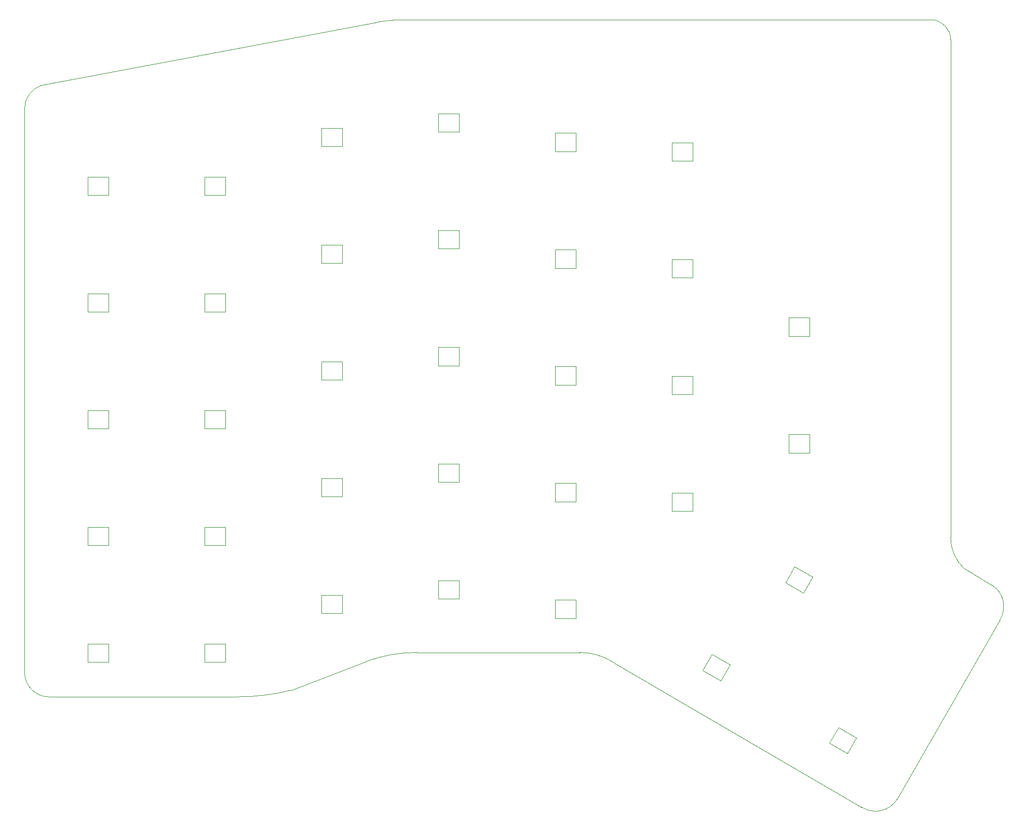
<source format=gm1>
G04 #@! TF.GenerationSoftware,KiCad,Pcbnew,(5.1.5)-3*
G04 #@! TF.CreationDate,2020-12-20T23:31:24-06:00*
G04 #@! TF.ProjectId,ZodiarkSplit,5a6f6469-6172-46b5-9370-6c69742e6b69,rev?*
G04 #@! TF.SameCoordinates,Original*
G04 #@! TF.FileFunction,Profile,NP*
%FSLAX46Y46*%
G04 Gerber Fmt 4.6, Leading zero omitted, Abs format (unit mm)*
G04 Created by KiCad (PCBNEW (5.1.5)-3) date 2020-12-20 23:31:24*
%MOMM*%
%LPD*%
G04 APERTURE LIST*
%ADD10C,0.050000*%
%ADD11C,0.120000*%
G04 APERTURE END LIST*
D10*
X179500000Y-50750000D02*
X179500000Y-132000000D01*
X63150000Y-158000000D02*
X32500000Y-158000000D01*
X84209892Y-152214255D02*
X72098667Y-156893847D01*
X119052020Y-150751963D02*
X92500000Y-150750000D01*
X165000002Y-176000000D02*
X124649999Y-152450001D01*
X181649060Y-137025283D02*
X186249999Y-139750001D01*
X90850000Y-47500000D02*
X176250000Y-47500000D01*
X31250001Y-58200001D02*
X86331103Y-47815204D01*
X72098667Y-156893847D02*
G75*
G02X63150000Y-158000000I-8948667J35643847D01*
G01*
X84209892Y-152214255D02*
G75*
G02X92500000Y-150750000I8290108J-22735745D01*
G01*
X119052020Y-150751963D02*
G75*
G02X124649999Y-152450001I-52020J-10248037D01*
G01*
X181649060Y-137025283D02*
G75*
G02X179500000Y-132000000I4800940J5025283D01*
G01*
X86331103Y-47815204D02*
G75*
G02X90850000Y-47500000I4518897J-32234796D01*
G01*
X28499689Y-61999999D02*
X28500000Y-154000000D01*
X28499689Y-61999999D02*
G75*
G02X31250001Y-58200001I4000311J-1D01*
G01*
X32500000Y-158000000D02*
G75*
G02X28500000Y-154000000I0J4000000D01*
G01*
X187499999Y-145499999D02*
X170750000Y-174750000D01*
X170750000Y-174750000D02*
G75*
G02X165000002Y-176000000I-3499999J2249999D01*
G01*
X186249999Y-139750001D02*
G75*
G02X187499999Y-145499999I-2249999J-3499999D01*
G01*
X176250000Y-47500000D02*
G75*
G02X179500000Y-50750000I0J-3250000D01*
G01*
D11*
X139065257Y-153642788D02*
X142009743Y-155342788D01*
X140565257Y-151044712D02*
X139065257Y-153642788D01*
X143509743Y-152744712D02*
X140565257Y-151044712D01*
X142009743Y-155342788D02*
X143509743Y-152744712D01*
X159702757Y-165549038D02*
X162647243Y-167249038D01*
X161202757Y-162950962D02*
X159702757Y-165549038D01*
X164147243Y-164650962D02*
X161202757Y-162950962D01*
X162647243Y-167249038D02*
X164147243Y-164650962D01*
X134031250Y-108656250D02*
X137431250Y-108656250D01*
X134031250Y-105656250D02*
X134031250Y-108656250D01*
X137431250Y-105656250D02*
X134031250Y-105656250D01*
X137431250Y-108656250D02*
X137431250Y-105656250D01*
X153081250Y-118181250D02*
X156481250Y-118181250D01*
X153081250Y-115181250D02*
X153081250Y-118181250D01*
X156481250Y-115181250D02*
X153081250Y-115181250D01*
X156481250Y-118181250D02*
X156481250Y-115181250D01*
X134031250Y-70556250D02*
X137431250Y-70556250D01*
X134031250Y-67556250D02*
X134031250Y-70556250D01*
X137431250Y-67556250D02*
X134031250Y-67556250D01*
X137431250Y-70556250D02*
X137431250Y-67556250D01*
X114981250Y-145168750D02*
X118381250Y-145168750D01*
X114981250Y-142168750D02*
X114981250Y-145168750D01*
X118381250Y-142168750D02*
X114981250Y-142168750D01*
X118381250Y-145168750D02*
X118381250Y-142168750D01*
X157003493Y-138457212D02*
X154059007Y-136757212D01*
X155503493Y-141055288D02*
X157003493Y-138457212D01*
X152559007Y-139355288D02*
X155503493Y-141055288D01*
X154059007Y-136757212D02*
X152559007Y-139355288D01*
X114981250Y-107068750D02*
X118381250Y-107068750D01*
X114981250Y-104068750D02*
X114981250Y-107068750D01*
X118381250Y-104068750D02*
X114981250Y-104068750D01*
X118381250Y-107068750D02*
X118381250Y-104068750D01*
X156481250Y-96131250D02*
X153081250Y-96131250D01*
X156481250Y-99131250D02*
X156481250Y-96131250D01*
X153081250Y-99131250D02*
X156481250Y-99131250D01*
X153081250Y-96131250D02*
X153081250Y-99131250D01*
X114981250Y-68968750D02*
X118381250Y-68968750D01*
X114981250Y-65968750D02*
X114981250Y-68968750D01*
X118381250Y-65968750D02*
X114981250Y-65968750D01*
X118381250Y-68968750D02*
X118381250Y-65968750D01*
X95931250Y-141993750D02*
X99331250Y-141993750D01*
X95931250Y-138993750D02*
X95931250Y-141993750D01*
X99331250Y-138993750D02*
X95931250Y-138993750D01*
X99331250Y-141993750D02*
X99331250Y-138993750D01*
X137431250Y-124706250D02*
X134031250Y-124706250D01*
X137431250Y-127706250D02*
X137431250Y-124706250D01*
X134031250Y-127706250D02*
X137431250Y-127706250D01*
X134031250Y-124706250D02*
X134031250Y-127706250D01*
X95931250Y-103937500D02*
X99331250Y-103937500D01*
X95931250Y-100937500D02*
X95931250Y-103937500D01*
X99331250Y-100937500D02*
X95931250Y-100937500D01*
X99331250Y-103937500D02*
X99331250Y-100937500D01*
X137431250Y-86606250D02*
X134031250Y-86606250D01*
X137431250Y-89606250D02*
X137431250Y-86606250D01*
X134031250Y-89606250D02*
X137431250Y-89606250D01*
X134031250Y-86606250D02*
X134031250Y-89606250D01*
X95931250Y-65793750D02*
X99331250Y-65793750D01*
X95931250Y-62793750D02*
X95931250Y-65793750D01*
X99331250Y-62793750D02*
X95931250Y-62793750D01*
X99331250Y-65793750D02*
X99331250Y-62793750D01*
X76881250Y-144375000D02*
X80281250Y-144375000D01*
X76881250Y-141375000D02*
X76881250Y-144375000D01*
X80281250Y-141375000D02*
X76881250Y-141375000D01*
X80281250Y-144375000D02*
X80281250Y-141375000D01*
X118381250Y-123118750D02*
X114981250Y-123118750D01*
X118381250Y-126118750D02*
X118381250Y-123118750D01*
X114981250Y-126118750D02*
X118381250Y-126118750D01*
X114981250Y-123118750D02*
X114981250Y-126118750D01*
X76881250Y-106275000D02*
X80281250Y-106275000D01*
X76881250Y-103275000D02*
X76881250Y-106275000D01*
X80281250Y-103275000D02*
X76881250Y-103275000D01*
X80281250Y-106275000D02*
X80281250Y-103275000D01*
X118381250Y-85018750D02*
X114981250Y-85018750D01*
X118381250Y-88018750D02*
X118381250Y-85018750D01*
X114981250Y-88018750D02*
X118381250Y-88018750D01*
X114981250Y-85018750D02*
X114981250Y-88018750D01*
X76881250Y-68175000D02*
X80281250Y-68175000D01*
X76881250Y-65175000D02*
X76881250Y-68175000D01*
X80281250Y-65175000D02*
X76881250Y-65175000D01*
X80281250Y-68175000D02*
X80281250Y-65175000D01*
X57831250Y-152312500D02*
X61231250Y-152312500D01*
X57831250Y-149312500D02*
X57831250Y-152312500D01*
X61231250Y-149312500D02*
X57831250Y-149312500D01*
X61231250Y-152312500D02*
X61231250Y-149312500D01*
X99331250Y-119943750D02*
X95931250Y-119943750D01*
X99331250Y-122943750D02*
X99331250Y-119943750D01*
X95931250Y-122943750D02*
X99331250Y-122943750D01*
X95931250Y-119943750D02*
X95931250Y-122943750D01*
X57831250Y-114212500D02*
X61231250Y-114212500D01*
X57831250Y-111212500D02*
X57831250Y-114212500D01*
X61231250Y-111212500D02*
X57831250Y-111212500D01*
X61231250Y-114212500D02*
X61231250Y-111212500D01*
X99331250Y-81843750D02*
X95931250Y-81843750D01*
X99331250Y-84843750D02*
X99331250Y-81843750D01*
X95931250Y-84843750D02*
X99331250Y-84843750D01*
X95931250Y-81843750D02*
X95931250Y-84843750D01*
X57831250Y-76112500D02*
X61231250Y-76112500D01*
X57831250Y-73112500D02*
X57831250Y-76112500D01*
X61231250Y-73112500D02*
X57831250Y-73112500D01*
X61231250Y-76112500D02*
X61231250Y-73112500D01*
X38781250Y-152312500D02*
X42181250Y-152312500D01*
X38781250Y-149312500D02*
X38781250Y-152312500D01*
X42181250Y-149312500D02*
X38781250Y-149312500D01*
X42181250Y-152312500D02*
X42181250Y-149312500D01*
X80281250Y-122325000D02*
X76881250Y-122325000D01*
X80281250Y-125325000D02*
X80281250Y-122325000D01*
X76881250Y-125325000D02*
X80281250Y-125325000D01*
X76881250Y-122325000D02*
X76881250Y-125325000D01*
X38781250Y-114212500D02*
X42181250Y-114212500D01*
X38781250Y-111212500D02*
X38781250Y-114212500D01*
X42181250Y-111212500D02*
X38781250Y-111212500D01*
X42181250Y-114212500D02*
X42181250Y-111212500D01*
X80281250Y-84225000D02*
X76881250Y-84225000D01*
X80281250Y-87225000D02*
X80281250Y-84225000D01*
X76881250Y-87225000D02*
X80281250Y-87225000D01*
X76881250Y-84225000D02*
X76881250Y-87225000D01*
X38781250Y-76112500D02*
X42181250Y-76112500D01*
X38781250Y-73112500D02*
X38781250Y-76112500D01*
X42181250Y-73112500D02*
X38781250Y-73112500D01*
X42181250Y-76112500D02*
X42181250Y-73112500D01*
X61231250Y-130262500D02*
X57831250Y-130262500D01*
X61231250Y-133262500D02*
X61231250Y-130262500D01*
X57831250Y-133262500D02*
X61231250Y-133262500D01*
X57831250Y-130262500D02*
X57831250Y-133262500D01*
X42181250Y-130262500D02*
X38781250Y-130262500D01*
X42181250Y-133262500D02*
X42181250Y-130262500D01*
X38781250Y-133262500D02*
X42181250Y-133262500D01*
X38781250Y-130262500D02*
X38781250Y-133262500D01*
X61231250Y-92162500D02*
X57831250Y-92162500D01*
X61231250Y-95162500D02*
X61231250Y-92162500D01*
X57831250Y-95162500D02*
X61231250Y-95162500D01*
X57831250Y-92162500D02*
X57831250Y-95162500D01*
X42181250Y-92162500D02*
X38781250Y-92162500D01*
X42181250Y-95162500D02*
X42181250Y-92162500D01*
X38781250Y-95162500D02*
X42181250Y-95162500D01*
X38781250Y-92162500D02*
X38781250Y-95162500D01*
M02*

</source>
